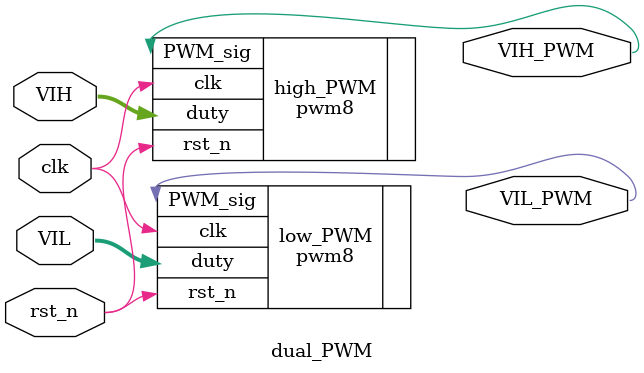
<source format=v>
`timescale 100ps / 10ps
module dual_PWM(VIL_PWM, VIH_PWM, VIL, VIH, clk, rst_n);

input clk, rst_n;
input [7:0] VIL, VIH;
output VIL_PWM, VIH_PWM;

pwm8 low_PWM(.PWM_sig(VIL_PWM), .duty(VIL), .clk(clk), .rst_n(rst_n));
pwm8 high_PWM(.PWM_sig(VIH_PWM), .duty(VIH), .clk(clk), .rst_n(rst_n));

endmodule

</source>
